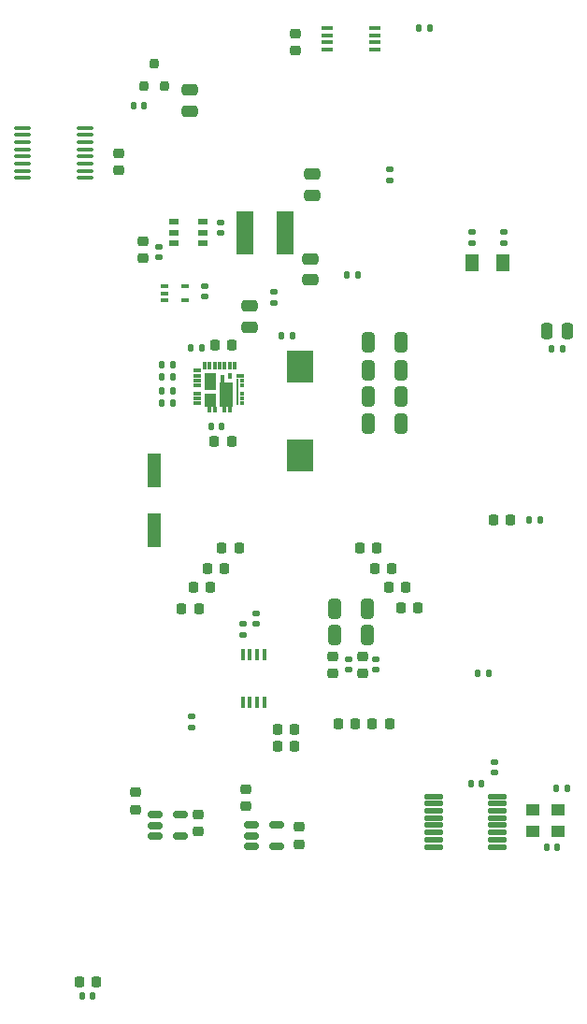
<source format=gbr>
%TF.GenerationSoftware,KiCad,Pcbnew,7.0.10*%
%TF.CreationDate,2024-03-11T15:02:14-04:00*%
%TF.ProjectId,bitaxeUltra,62697461-7865-4556-9c74-72612e6b6963,rev?*%
%TF.SameCoordinates,Original*%
%TF.FileFunction,Paste,Top*%
%TF.FilePolarity,Positive*%
%FSLAX46Y46*%
G04 Gerber Fmt 4.6, Leading zero omitted, Abs format (unit mm)*
G04 Created by KiCad (PCBNEW 7.0.10) date 2024-03-11 15:02:14*
%MOMM*%
%LPD*%
G01*
G04 APERTURE LIST*
G04 Aperture macros list*
%AMRoundRect*
0 Rectangle with rounded corners*
0 $1 Rounding radius*
0 $2 $3 $4 $5 $6 $7 $8 $9 X,Y pos of 4 corners*
0 Add a 4 corners polygon primitive as box body*
4,1,4,$2,$3,$4,$5,$6,$7,$8,$9,$2,$3,0*
0 Add four circle primitives for the rounded corners*
1,1,$1+$1,$2,$3*
1,1,$1+$1,$4,$5*
1,1,$1+$1,$6,$7*
1,1,$1+$1,$8,$9*
0 Add four rect primitives between the rounded corners*
20,1,$1+$1,$2,$3,$4,$5,0*
20,1,$1+$1,$4,$5,$6,$7,0*
20,1,$1+$1,$6,$7,$8,$9,0*
20,1,$1+$1,$8,$9,$2,$3,0*%
G04 Aperture macros list end*
%ADD10RoundRect,0.225000X-0.225000X-0.250000X0.225000X-0.250000X0.225000X0.250000X-0.225000X0.250000X0*%
%ADD11RoundRect,0.140000X0.140000X0.170000X-0.140000X0.170000X-0.140000X-0.170000X0.140000X-0.170000X0*%
%ADD12RoundRect,0.250000X-0.475000X0.250000X-0.475000X-0.250000X0.475000X-0.250000X0.475000X0.250000X0*%
%ADD13RoundRect,0.100000X-0.637500X-0.100000X0.637500X-0.100000X0.637500X0.100000X-0.637500X0.100000X0*%
%ADD14RoundRect,0.140000X-0.170000X0.140000X-0.170000X-0.140000X0.170000X-0.140000X0.170000X0.140000X0*%
%ADD15RoundRect,0.135000X0.135000X0.185000X-0.135000X0.185000X-0.135000X-0.185000X0.135000X-0.185000X0*%
%ADD16RoundRect,0.140000X-0.140000X-0.170000X0.140000X-0.170000X0.140000X0.170000X-0.140000X0.170000X0*%
%ADD17RoundRect,0.250000X-0.325000X-0.650000X0.325000X-0.650000X0.325000X0.650000X-0.325000X0.650000X0*%
%ADD18RoundRect,0.135000X-0.185000X0.135000X-0.185000X-0.135000X0.185000X-0.135000X0.185000X0.135000X0*%
%ADD19RoundRect,0.225000X0.225000X0.250000X-0.225000X0.250000X-0.225000X-0.250000X0.225000X-0.250000X0*%
%ADD20RoundRect,0.225000X-0.250000X0.225000X-0.250000X-0.225000X0.250000X-0.225000X0.250000X0.225000X0*%
%ADD21R,1.168400X1.600200*%
%ADD22RoundRect,0.150000X-0.512500X-0.150000X0.512500X-0.150000X0.512500X0.150000X-0.512500X0.150000X0*%
%ADD23RoundRect,0.250000X-0.250000X-0.475000X0.250000X-0.475000X0.250000X0.475000X-0.250000X0.475000X0*%
%ADD24R,0.400000X1.100000*%
%ADD25RoundRect,0.140000X0.170000X-0.140000X0.170000X0.140000X-0.170000X0.140000X-0.170000X-0.140000X0*%
%ADD26RoundRect,0.020500X-0.764500X-0.184500X0.764500X-0.184500X0.764500X0.184500X-0.764500X0.184500X0*%
%ADD27R,2.400000X3.000000*%
%ADD28R,1.500000X4.000000*%
%ADD29RoundRect,0.135000X-0.135000X-0.185000X0.135000X-0.185000X0.135000X0.185000X-0.135000X0.185000X0*%
%ADD30R,1.100000X0.400000*%
%ADD31R,1.219200X3.048000*%
%ADD32RoundRect,0.200000X0.200000X-0.250000X0.200000X0.250000X-0.200000X0.250000X-0.200000X-0.250000X0*%
%ADD33RoundRect,0.250000X0.475000X-0.250000X0.475000X0.250000X-0.475000X0.250000X-0.475000X-0.250000X0*%
%ADD34RoundRect,0.135000X0.185000X-0.135000X0.185000X0.135000X-0.185000X0.135000X-0.185000X-0.135000X0*%
%ADD35R,0.650000X0.400000*%
%ADD36RoundRect,0.225000X0.250000X-0.225000X0.250000X0.225000X-0.250000X0.225000X-0.250000X-0.225000X0*%
%ADD37R,0.300000X0.550000*%
%ADD38R,0.450000X0.300000*%
%ADD39R,0.280000X2.350000*%
%ADD40R,0.730000X0.300000*%
%ADD41R,0.300000X0.725000*%
%ADD42R,0.725000X0.300000*%
%ADD43R,1.050000X1.575000*%
%ADD44R,1.050000X1.150000*%
%ADD45R,1.200000X2.175000*%
%ADD46R,0.455000X0.650000*%
%ADD47R,0.380000X0.580000*%
%ADD48R,1.300000X1.100000*%
%ADD49R,0.901700X0.508000*%
G04 APERTURE END LIST*
D10*
%TO.C,C43*%
X97878600Y-85801200D03*
X99428600Y-85801200D03*
%TD*%
D11*
%TO.C,C19*%
X122044400Y-125526800D03*
X121084400Y-125526800D03*
%TD*%
D12*
%TO.C,C50*%
X95605600Y-62753200D03*
X95605600Y-64653200D03*
%TD*%
D13*
%TO.C,U8*%
X80433300Y-66152600D03*
X80433300Y-66802600D03*
X80433300Y-67452600D03*
X80433300Y-68102600D03*
X80433300Y-68752600D03*
X80433300Y-69402600D03*
X80433300Y-70052600D03*
X80433300Y-70702600D03*
X86158300Y-70702600D03*
X86158300Y-70052600D03*
X86158300Y-69402600D03*
X86158300Y-68752600D03*
X86158300Y-68102600D03*
X86158300Y-67452600D03*
X86158300Y-66802600D03*
X86158300Y-66152600D03*
%TD*%
D14*
%TO.C,C7*%
X112471200Y-114277200D03*
X112471200Y-115237200D03*
%TD*%
D15*
%TO.C,R13*%
X94083600Y-87569200D03*
X93063600Y-87569200D03*
%TD*%
%TO.C,R6*%
X122717000Y-115554000D03*
X121697000Y-115554000D03*
%TD*%
D16*
%TO.C,C1*%
X127958210Y-131272390D03*
X128918210Y-131272390D03*
%TD*%
D17*
%TO.C,C41*%
X111809000Y-92913200D03*
X114759000Y-92913200D03*
%TD*%
D18*
%TO.C,R8*%
X113770000Y-69930000D03*
X113770000Y-70950000D03*
%TD*%
D19*
%TO.C,C3*%
X115215000Y-107790000D03*
X113665000Y-107790000D03*
%TD*%
D17*
%TO.C,C38*%
X111809000Y-88087200D03*
X114759000Y-88087200D03*
%TD*%
D20*
%TO.C,C25*%
X105540000Y-129465000D03*
X105540000Y-131015000D03*
%TD*%
D11*
%TO.C,C45*%
X94053600Y-89969200D03*
X93093600Y-89969200D03*
%TD*%
D21*
%TO.C,Y1*%
X124017400Y-78349000D03*
X121172600Y-78349000D03*
%TD*%
D22*
%TO.C,U5*%
X92486900Y-128358000D03*
X92486900Y-129308000D03*
X92486900Y-130258000D03*
X94761900Y-130258000D03*
X94761900Y-128358000D03*
%TD*%
D23*
%TO.C,C51*%
X127929600Y-84531200D03*
X129829600Y-84531200D03*
%TD*%
D22*
%TO.C,U6*%
X101182500Y-129290000D03*
X101182500Y-130240000D03*
X101182500Y-131190000D03*
X103457500Y-131190000D03*
X103457500Y-129290000D03*
%TD*%
D10*
%TO.C,C4*%
X109054600Y-120091200D03*
X110604600Y-120091200D03*
%TD*%
D24*
%TO.C,U7*%
X102371800Y-113877200D03*
X101721800Y-113877200D03*
X101071800Y-113877200D03*
X100421800Y-113877200D03*
X100421800Y-118177200D03*
X101071800Y-118177200D03*
X101721800Y-118177200D03*
X102371800Y-118177200D03*
%TD*%
D19*
%TO.C,C12*%
X100075000Y-104240000D03*
X98525000Y-104240000D03*
%TD*%
D16*
%TO.C,C52*%
X128399600Y-86141200D03*
X129359600Y-86141200D03*
%TD*%
D15*
%TO.C,R1*%
X127347000Y-101658000D03*
X126327000Y-101658000D03*
%TD*%
D25*
%TO.C,C30*%
X124043000Y-76576000D03*
X124043000Y-75616000D03*
%TD*%
D26*
%TO.C,U2*%
X117729200Y-126706200D03*
X117729200Y-127356200D03*
X117729200Y-128006200D03*
X117729200Y-128656200D03*
X117729200Y-129306200D03*
X117729200Y-129956200D03*
X117729200Y-130606200D03*
X117729200Y-131256200D03*
X123469200Y-131256200D03*
X123469200Y-130606200D03*
X123469200Y-129956200D03*
X123469200Y-129306200D03*
X123469200Y-128656200D03*
X123469200Y-128006200D03*
X123469200Y-127356200D03*
X123469200Y-126706200D03*
%TD*%
D15*
%TO.C,R10*%
X96725200Y-86055200D03*
X95705200Y-86055200D03*
%TD*%
D27*
%TO.C,L1*%
X105613200Y-87795600D03*
X105613200Y-95795600D03*
%TD*%
D14*
%TO.C,C53*%
X97006800Y-80456803D03*
X97006800Y-81416803D03*
%TD*%
D15*
%TO.C,R15*%
X94083600Y-91069200D03*
X93063600Y-91069200D03*
%TD*%
D28*
%TO.C,L2*%
X100612800Y-75692000D03*
X104212800Y-75692000D03*
%TD*%
D19*
%TO.C,C15*%
X98785000Y-106040000D03*
X97235000Y-106040000D03*
%TD*%
D29*
%TO.C,R16*%
X116330000Y-57110000D03*
X117350000Y-57110000D03*
%TD*%
D10*
%TO.C,C16*%
X103568200Y-122174000D03*
X105118200Y-122174000D03*
%TD*%
D11*
%TO.C,C49*%
X91462800Y-64160400D03*
X90502800Y-64160400D03*
%TD*%
D19*
%TO.C,C18*%
X96434000Y-109681000D03*
X94884000Y-109681000D03*
%TD*%
D17*
%TO.C,C40*%
X111809000Y-90525600D03*
X114759000Y-90525600D03*
%TD*%
D30*
%TO.C,U10*%
X112380000Y-59065000D03*
X112380000Y-58415000D03*
X112380000Y-57765000D03*
X112380000Y-57115000D03*
X108080000Y-57115000D03*
X108080000Y-57765000D03*
X108080000Y-58415000D03*
X108080000Y-59065000D03*
%TD*%
D17*
%TO.C,C39*%
X111825000Y-85600000D03*
X114775000Y-85600000D03*
%TD*%
D25*
%TO.C,C31*%
X121159000Y-76585000D03*
X121159000Y-75625000D03*
%TD*%
D15*
%TO.C,R19*%
X129846800Y-125984000D03*
X128826800Y-125984000D03*
%TD*%
D31*
%TO.C,C54*%
X92400000Y-97164650D03*
X92400000Y-102625650D03*
%TD*%
D20*
%TO.C,C35*%
X89204800Y-68465400D03*
X89204800Y-70015400D03*
%TD*%
%TO.C,C10*%
X108610400Y-114033000D03*
X108610400Y-115583000D03*
%TD*%
D32*
%TO.C,U13*%
X91455200Y-62366400D03*
X93355200Y-62366400D03*
X92405200Y-60366400D03*
%TD*%
D20*
%TO.C,C11*%
X111252000Y-113982200D03*
X111252000Y-115532200D03*
%TD*%
D15*
%TO.C,R14*%
X110847600Y-79451200D03*
X109827600Y-79451200D03*
%TD*%
D10*
%TO.C,C14*%
X103568200Y-120650000D03*
X105118200Y-120650000D03*
%TD*%
D17*
%TO.C,C13*%
X108725000Y-112100000D03*
X111675000Y-112100000D03*
%TD*%
D33*
%TO.C,C48*%
X106680000Y-72273200D03*
X106680000Y-70373200D03*
%TD*%
D25*
%TO.C,C33*%
X101590000Y-111050000D03*
X101590000Y-110090000D03*
%TD*%
D34*
%TO.C,R2*%
X95808800Y-120448800D03*
X95808800Y-119428800D03*
%TD*%
D35*
%TO.C,U15*%
X93306800Y-80485600D03*
X93306800Y-81135600D03*
X93306800Y-81785600D03*
X95206800Y-81785600D03*
X95206800Y-80485600D03*
%TD*%
D19*
%TO.C,C28*%
X87135000Y-143510000D03*
X85585000Y-143510000D03*
%TD*%
D36*
%TO.C,C44*%
X105156000Y-59195000D03*
X105156000Y-57645000D03*
%TD*%
D37*
%TO.C,U9*%
X97422200Y-91644200D03*
X97872200Y-91644200D03*
X98772200Y-91644200D03*
X99222200Y-91644200D03*
D38*
X100322200Y-91094200D03*
X100322200Y-90644200D03*
X100322200Y-90194200D03*
X100322200Y-89494200D03*
X100322200Y-89044200D03*
D39*
X99957200Y-90069200D03*
D40*
X100182200Y-88594200D03*
D41*
X99672200Y-87681700D03*
X99222200Y-87681700D03*
X98772200Y-87681700D03*
X98322200Y-87681700D03*
X97872200Y-87681700D03*
X97422200Y-87681700D03*
X96972200Y-87681700D03*
D42*
X96309700Y-88144200D03*
X96309700Y-88594200D03*
X96309700Y-89044200D03*
X96309700Y-89494200D03*
X96309700Y-90194200D03*
X96309700Y-90644200D03*
X96309700Y-91094200D03*
D43*
X97497200Y-89131700D03*
D44*
X97497200Y-90794200D03*
D45*
X98922200Y-90281700D03*
D46*
X98549700Y-88869200D03*
D47*
X99237200Y-88634200D03*
%TD*%
D36*
%TO.C,C22*%
X90728800Y-127876600D03*
X90728800Y-126326600D03*
%TD*%
D19*
%TO.C,C32*%
X99397200Y-94526003D03*
X97847200Y-94526003D03*
%TD*%
%TO.C,C21*%
X124665000Y-101660000D03*
X123115000Y-101660000D03*
%TD*%
%TO.C,C6*%
X113915000Y-106030000D03*
X112365000Y-106030000D03*
%TD*%
D14*
%TO.C,C46*%
X98412800Y-74712000D03*
X98412800Y-75672000D03*
%TD*%
D33*
%TO.C,C42*%
X101041200Y-84211200D03*
X101041200Y-82311200D03*
%TD*%
D20*
%TO.C,C34*%
X91412800Y-76417000D03*
X91412800Y-77967000D03*
%TD*%
D48*
%TO.C,U1*%
X128978610Y-127934790D03*
X126678610Y-127934790D03*
X126678610Y-129834790D03*
X128978610Y-129834790D03*
%TD*%
D29*
%TO.C,R12*%
X93063600Y-88669200D03*
X94083600Y-88669200D03*
%TD*%
D15*
%TO.C,R4*%
X104904000Y-84988400D03*
X103884000Y-84988400D03*
%TD*%
D19*
%TO.C,C2*%
X116315000Y-109624000D03*
X114765000Y-109624000D03*
%TD*%
D18*
%TO.C,R7*%
X103276400Y-80973200D03*
X103276400Y-81993200D03*
%TD*%
D36*
%TO.C,C23*%
X100736400Y-127571800D03*
X100736400Y-126021800D03*
%TD*%
D19*
%TO.C,C5*%
X113715000Y-120090000D03*
X112165000Y-120090000D03*
%TD*%
D34*
%TO.C,R9*%
X100460000Y-112090000D03*
X100460000Y-111070000D03*
%TD*%
D19*
%TO.C,C17*%
X97505000Y-107780000D03*
X95955000Y-107780000D03*
%TD*%
%TO.C,C8*%
X112585000Y-104240000D03*
X111035000Y-104240000D03*
%TD*%
D11*
%TO.C,C29*%
X86840000Y-144780000D03*
X85880000Y-144780000D03*
%TD*%
D25*
%TO.C,C27*%
X92812800Y-77872000D03*
X92812800Y-76912000D03*
%TD*%
%TO.C,C20*%
X123190000Y-124533600D03*
X123190000Y-123573600D03*
%TD*%
D12*
%TO.C,C47*%
X106578400Y-78044000D03*
X106578400Y-79944000D03*
%TD*%
D20*
%TO.C,C24*%
X96418400Y-128307800D03*
X96418400Y-129857800D03*
%TD*%
D17*
%TO.C,C36*%
X108725000Y-109700000D03*
X111675000Y-109700000D03*
%TD*%
D14*
%TO.C,C9*%
X109982000Y-114277200D03*
X109982000Y-115237200D03*
%TD*%
D49*
%TO.C,U11*%
X94209300Y-74691998D03*
X94209300Y-75641999D03*
X94209300Y-76592000D03*
X96812800Y-76592000D03*
X96812800Y-75641999D03*
X96812800Y-74691998D03*
%TD*%
D16*
%TO.C,C37*%
X97564000Y-93218000D03*
X98524000Y-93218000D03*
%TD*%
M02*

</source>
